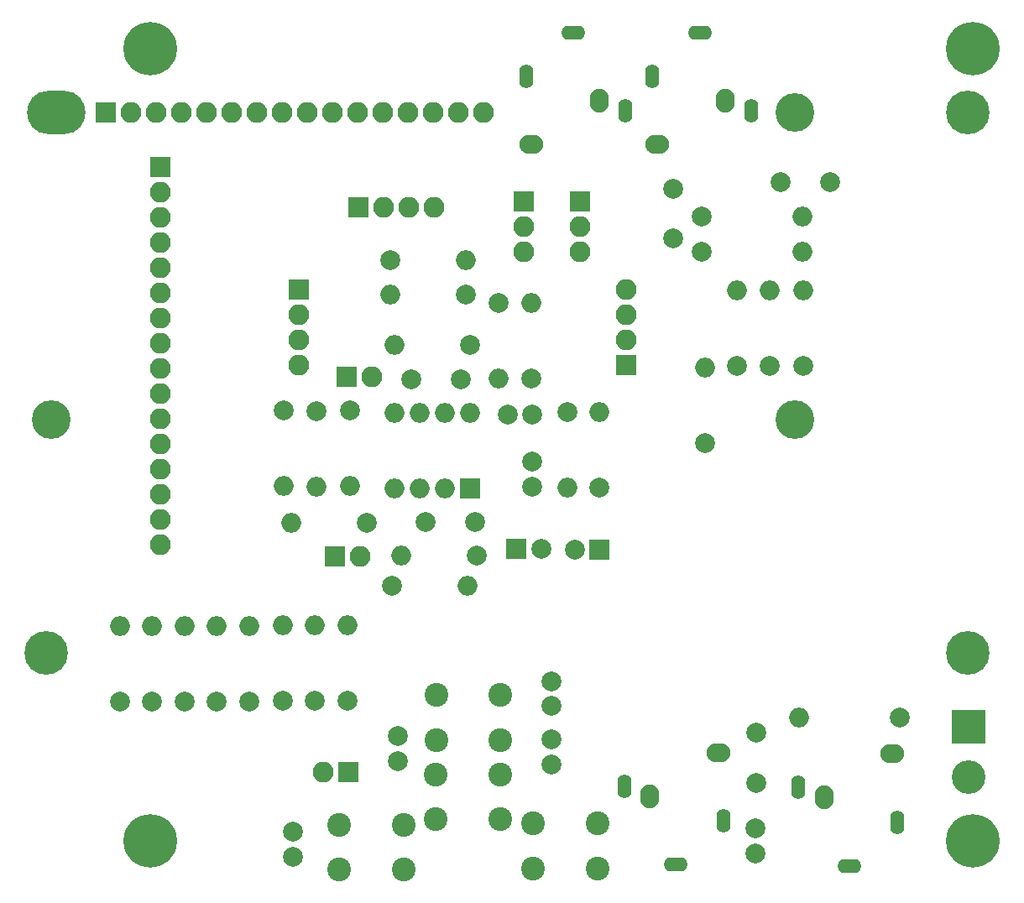
<source format=gbr>
G04 #@! TF.FileFunction,Soldermask,Bot*
%FSLAX46Y46*%
G04 Gerber Fmt 4.6, Leading zero omitted, Abs format (unit mm)*
G04 Created by KiCad (PCBNEW 4.0.7) date 01/20/22 12:36:13*
%MOMM*%
%LPD*%
G01*
G04 APERTURE LIST*
%ADD10C,0.100000*%
%ADD11C,2.000000*%
%ADD12O,2.000000X2.000000*%
%ADD13C,2.400000*%
%ADD14R,2.100000X2.100000*%
%ADD15O,2.100000X2.100000*%
%ADD16C,5.400000*%
%ADD17O,2.400000X1.400000*%
%ADD18O,1.400000X2.400000*%
%ADD19O,2.400000X1.900000*%
%ADD20O,1.900000X2.400000*%
%ADD21O,5.900000X4.400000*%
%ADD22C,4.400000*%
%ADD23C,3.900000*%
%ADD24R,2.000000X2.000000*%
%ADD25R,3.400000X3.400000*%
%ADD26C,3.400000*%
G04 APERTURE END LIST*
D10*
D11*
X48960000Y-126420000D03*
D12*
X48960000Y-118800000D03*
D11*
X58830000Y-126340000D03*
D12*
X58830000Y-118720000D03*
D11*
X86000000Y-126850000D03*
X86000000Y-124350000D03*
X70460000Y-132410000D03*
X70460000Y-129910000D03*
X59890000Y-142070000D03*
X59890000Y-139570000D03*
X85970000Y-130260000D03*
X85970000Y-132760000D03*
D13*
X74330000Y-130270000D03*
X74330000Y-125770000D03*
X80830000Y-130270000D03*
X80830000Y-125770000D03*
X64540000Y-143360000D03*
X64540000Y-138860000D03*
X71040000Y-143360000D03*
X71040000Y-138860000D03*
X84090000Y-143220000D03*
X84090000Y-138720000D03*
X90590000Y-143220000D03*
X90590000Y-138720000D03*
X74300000Y-138270000D03*
X74300000Y-133770000D03*
X80800000Y-138270000D03*
X80800000Y-133770000D03*
D14*
X46500000Y-72500000D03*
D15*
X46500000Y-75040000D03*
X46500000Y-77580000D03*
X46500000Y-80120000D03*
X46500000Y-82660000D03*
X46500000Y-85200000D03*
X46500000Y-87740000D03*
X46500000Y-90280000D03*
X46500000Y-92820000D03*
X46500000Y-95360000D03*
X46500000Y-97900000D03*
X46500000Y-100440000D03*
X46500000Y-102980000D03*
X46500000Y-105520000D03*
X46500000Y-108060000D03*
X46500000Y-110600000D03*
D11*
X45680000Y-126420000D03*
D12*
X45680000Y-118800000D03*
D11*
X65380000Y-126340000D03*
D12*
X65380000Y-118720000D03*
D11*
X42480000Y-126380000D03*
D12*
X42480000Y-118760000D03*
D11*
X52200000Y-126420000D03*
D12*
X52200000Y-118800000D03*
D11*
X62100000Y-126340000D03*
D12*
X62100000Y-118720000D03*
D11*
X55510000Y-126380000D03*
D12*
X55510000Y-118760000D03*
D16*
X45500000Y-60500000D03*
X45500000Y-140500000D03*
D14*
X93500000Y-92500000D03*
D15*
X93500000Y-89960000D03*
X93500000Y-87420000D03*
X93500000Y-84880000D03*
D14*
X60452000Y-84836000D03*
D15*
X60452000Y-87376000D03*
X60452000Y-89916000D03*
X60452000Y-92456000D03*
D16*
X128500000Y-60500000D03*
X128500000Y-140500000D03*
D14*
X65500000Y-133500000D03*
D15*
X62960000Y-133500000D03*
D14*
X66500000Y-76500000D03*
D15*
X69040000Y-76500000D03*
X71580000Y-76500000D03*
X74120000Y-76500000D03*
D14*
X41000000Y-67000000D03*
D15*
X43540000Y-67000000D03*
X46080000Y-67000000D03*
X48620000Y-67000000D03*
X51160000Y-67000000D03*
X53700000Y-67000000D03*
X56240000Y-67000000D03*
X58780000Y-67000000D03*
X61320000Y-67000000D03*
X63860000Y-67000000D03*
X66400000Y-67000000D03*
X68940000Y-67000000D03*
X71480000Y-67000000D03*
X74020000Y-67000000D03*
X76560000Y-67000000D03*
X79100000Y-67000000D03*
D17*
X98500000Y-142850000D03*
D18*
X103300000Y-138450000D03*
X93300000Y-134950000D03*
D19*
X102800000Y-131550000D03*
D20*
X95900000Y-135950000D03*
D21*
X36000000Y-67000000D03*
D22*
X128000000Y-67000000D03*
D23*
X110500000Y-67000000D03*
X110500000Y-98000000D03*
D22*
X128000000Y-121500000D03*
X35000000Y-121500000D03*
D23*
X35500000Y-98000000D03*
D11*
X106510000Y-139200000D03*
X106510000Y-141700000D03*
D17*
X100930000Y-58930000D03*
D18*
X96130000Y-63330000D03*
X106130000Y-66830000D03*
D19*
X96630000Y-70230000D03*
D20*
X103530000Y-65830000D03*
D11*
X98240000Y-74660000D03*
X98240000Y-79660000D03*
D17*
X88200000Y-58930000D03*
D18*
X83400000Y-63330000D03*
X93400000Y-66830000D03*
D19*
X83900000Y-70230000D03*
D20*
X90800000Y-65830000D03*
D14*
X88860000Y-75960000D03*
D15*
X88860000Y-78500000D03*
X88860000Y-81040000D03*
D14*
X83130000Y-75970000D03*
D15*
X83130000Y-78510000D03*
X83130000Y-81050000D03*
D11*
X101090000Y-77510000D03*
D12*
X111250000Y-77510000D03*
D11*
X101090000Y-81030000D03*
D12*
X111250000Y-81030000D03*
D11*
X111330000Y-92540000D03*
D12*
X111330000Y-84920000D03*
D11*
X107960000Y-92540000D03*
D12*
X107960000Y-84920000D03*
D11*
X104660000Y-92540000D03*
D12*
X104660000Y-84920000D03*
D11*
X101480000Y-100360000D03*
D12*
X101480000Y-92740000D03*
D11*
X77370000Y-85360000D03*
D12*
X69750000Y-85360000D03*
D11*
X69700000Y-81880000D03*
D12*
X77320000Y-81880000D03*
D11*
X114050000Y-74040000D03*
X109050000Y-74040000D03*
X106600000Y-129580000D03*
X106600000Y-134580000D03*
D24*
X90810000Y-111090000D03*
D11*
X88310000Y-111090000D03*
D24*
X82410000Y-111020000D03*
D11*
X84910000Y-111020000D03*
X81560000Y-97430000D03*
X84060000Y-97430000D03*
X83990000Y-104720000D03*
X83990000Y-102220000D03*
X73300000Y-108320000D03*
X78300000Y-108320000D03*
X71860000Y-93880000D03*
X76860000Y-93880000D03*
D17*
X116050000Y-142970000D03*
D18*
X120850000Y-138570000D03*
X110850000Y-135070000D03*
D19*
X120350000Y-131670000D03*
D20*
X113450000Y-136070000D03*
D14*
X64120000Y-111790000D03*
D15*
X66660000Y-111790000D03*
D14*
X65320000Y-93650000D03*
D15*
X67860000Y-93650000D03*
D11*
X121080000Y-128050000D03*
D12*
X110920000Y-128050000D03*
D11*
X69840000Y-114720000D03*
D12*
X77460000Y-114720000D03*
D11*
X67360000Y-108360000D03*
D12*
X59740000Y-108360000D03*
D11*
X87550000Y-97190000D03*
D12*
X87550000Y-104810000D03*
D11*
X90830000Y-104780000D03*
D12*
X90830000Y-97160000D03*
D11*
X78450000Y-111670000D03*
D12*
X70830000Y-111670000D03*
D11*
X62250000Y-97120000D03*
D12*
X62250000Y-104740000D03*
D11*
X58980000Y-97040000D03*
D12*
X58980000Y-104660000D03*
D11*
X65620000Y-97030000D03*
D12*
X65620000Y-104650000D03*
D11*
X77730000Y-90410000D03*
D12*
X70110000Y-90410000D03*
D11*
X83930000Y-93800000D03*
D12*
X83930000Y-86180000D03*
D11*
X80620000Y-86180000D03*
D12*
X80620000Y-93800000D03*
D24*
X77730000Y-104940000D03*
D12*
X70110000Y-97320000D03*
X75190000Y-104940000D03*
X72650000Y-97320000D03*
X72650000Y-104940000D03*
X75190000Y-97320000D03*
X70110000Y-104940000D03*
X77730000Y-97320000D03*
D25*
X128020000Y-128930000D03*
D26*
X128020000Y-134010000D03*
M02*

</source>
